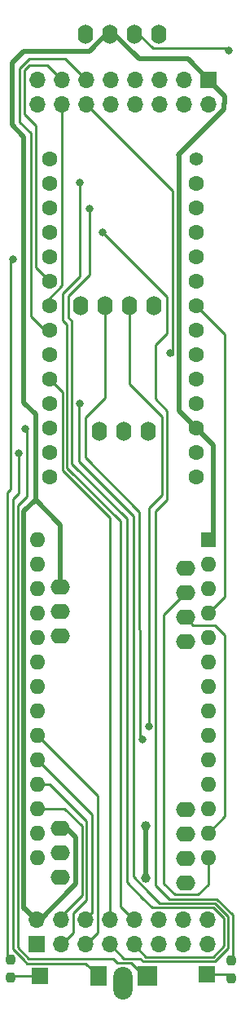
<source format=gbr>
G04 #@! TF.GenerationSoftware,KiCad,Pcbnew,7.0.2-0*
G04 #@! TF.CreationDate,2023-11-28T16:46:05+01:00*
G04 #@! TF.ProjectId,5hp_controller_oled,3568705f-636f-46e7-9472-6f6c6c65725f,rev?*
G04 #@! TF.SameCoordinates,Original*
G04 #@! TF.FileFunction,Copper,L1,Top*
G04 #@! TF.FilePolarity,Positive*
%FSLAX46Y46*%
G04 Gerber Fmt 4.6, Leading zero omitted, Abs format (unit mm)*
G04 Created by KiCad (PCBNEW 7.0.2-0) date 2023-11-28 16:46:05*
%MOMM*%
%LPD*%
G01*
G04 APERTURE LIST*
G04 Aperture macros list*
%AMRoundRect*
0 Rectangle with rounded corners*
0 $1 Rounding radius*
0 $2 $3 $4 $5 $6 $7 $8 $9 X,Y pos of 4 corners*
0 Add a 4 corners polygon primitive as box body*
4,1,4,$2,$3,$4,$5,$6,$7,$8,$9,$2,$3,0*
0 Add four circle primitives for the rounded corners*
1,1,$1+$1,$2,$3*
1,1,$1+$1,$4,$5*
1,1,$1+$1,$6,$7*
1,1,$1+$1,$8,$9*
0 Add four rect primitives between the rounded corners*
20,1,$1+$1,$2,$3,$4,$5,0*
20,1,$1+$1,$4,$5,$6,$7,0*
20,1,$1+$1,$6,$7,$8,$9,0*
20,1,$1+$1,$8,$9,$2,$3,0*%
G04 Aperture macros list end*
G04 #@! TA.AperFunction,SMDPad,CuDef*
%ADD10RoundRect,0.237500X0.237500X-0.250000X0.237500X0.250000X-0.237500X0.250000X-0.237500X-0.250000X0*%
G04 #@! TD*
G04 #@! TA.AperFunction,ComponentPad*
%ADD11R,1.700000X2.000000*%
G04 #@! TD*
G04 #@! TA.AperFunction,ComponentPad*
%ADD12O,1.600000X2.000000*%
G04 #@! TD*
G04 #@! TA.AperFunction,ComponentPad*
%ADD13O,2.000000X1.600000*%
G04 #@! TD*
G04 #@! TA.AperFunction,ComponentPad*
%ADD14R,1.700000X1.700000*%
G04 #@! TD*
G04 #@! TA.AperFunction,ComponentPad*
%ADD15R,2.000000X2.000000*%
G04 #@! TD*
G04 #@! TA.AperFunction,ComponentPad*
%ADD16O,2.000000X3.400000*%
G04 #@! TD*
G04 #@! TA.AperFunction,ComponentPad*
%ADD17R,1.600000X1.600000*%
G04 #@! TD*
G04 #@! TA.AperFunction,ComponentPad*
%ADD18O,1.600000X1.600000*%
G04 #@! TD*
G04 #@! TA.AperFunction,ComponentPad*
%ADD19O,1.700000X1.700000*%
G04 #@! TD*
G04 #@! TA.AperFunction,ComponentPad*
%ADD20C,1.600000*%
G04 #@! TD*
G04 #@! TA.AperFunction,ComponentPad*
%ADD21C,1.404000*%
G04 #@! TD*
G04 #@! TA.AperFunction,ViaPad*
%ADD22C,1.000000*%
G04 #@! TD*
G04 #@! TA.AperFunction,ViaPad*
%ADD23C,0.800000*%
G04 #@! TD*
G04 #@! TA.AperFunction,Conductor*
%ADD24C,0.500000*%
G04 #@! TD*
G04 #@! TA.AperFunction,Conductor*
%ADD25C,0.250000*%
G04 #@! TD*
G04 APERTURE END LIST*
D10*
X13290000Y-45452500D03*
X13290000Y-43627500D03*
D11*
X22425000Y-45325000D03*
D12*
X20600000Y24250000D03*
X27630000Y11250000D03*
X28220000Y24250000D03*
X25090000Y11250000D03*
X23140000Y24250000D03*
X25680000Y24250000D03*
X22550000Y11250000D03*
D13*
X31500000Y-3000000D03*
X18500000Y-10030000D03*
X31500000Y-10620000D03*
X18500000Y-7490000D03*
X31500000Y-5540000D03*
X31500000Y-8080000D03*
X18500000Y-4950000D03*
D14*
X16375000Y-45325000D03*
X33700000Y-45175000D03*
D12*
X21130000Y52500000D03*
X23670000Y52500000D03*
X26210000Y52500000D03*
X28750000Y52500000D03*
D10*
X36240000Y-45530000D03*
X36240000Y-43705000D03*
D15*
X27515000Y-45325000D03*
D16*
X24975000Y-46075000D03*
D13*
X31500000Y-28000000D03*
X18500000Y-35030000D03*
X31500000Y-35620000D03*
X18500000Y-32490000D03*
X31500000Y-30540000D03*
X31500000Y-33080000D03*
X18500000Y-29950000D03*
D17*
X33870000Y0D03*
D18*
X33870000Y-2540000D03*
X33870000Y-5080000D03*
X33870000Y-7620000D03*
X33870000Y-10160000D03*
X33870000Y-12700000D03*
X33870000Y-15240000D03*
X33870000Y-17780000D03*
X33870000Y-20320000D03*
X33870000Y-22860000D03*
X33870000Y-25400000D03*
X33870000Y-27940000D03*
X33870000Y-30480000D03*
X33870000Y-33020000D03*
X16090000Y-33020000D03*
X16090000Y-30480000D03*
X16090000Y-27940000D03*
X16090000Y-25400000D03*
X16090000Y-22860000D03*
X16090000Y-20320000D03*
X16090000Y-17780000D03*
X16090000Y-15240000D03*
X16090000Y-12700000D03*
X16090000Y-10160000D03*
X16090000Y-7620000D03*
X16090000Y-5080000D03*
X16090000Y-2540000D03*
X16090000Y0D03*
D14*
X33900000Y47750000D03*
D19*
X33900000Y45210000D03*
X31360000Y47750000D03*
X31360000Y45210000D03*
X28820000Y47750000D03*
X28820000Y45210000D03*
X26280000Y47750000D03*
X26280000Y45210000D03*
X23740000Y47750000D03*
X23740000Y45210000D03*
X21200000Y47750000D03*
X21200000Y45210000D03*
X18660000Y47750000D03*
X18660000Y45210000D03*
X16120000Y47750000D03*
X16120000Y45210000D03*
D14*
X16000000Y-42000000D03*
D19*
X16000000Y-39460000D03*
X18540000Y-42000000D03*
X18540000Y-39460000D03*
X21080000Y-42000000D03*
X21080000Y-39460000D03*
X23620000Y-42000000D03*
X23620000Y-39460000D03*
X26160000Y-42000000D03*
X26160000Y-39460000D03*
X28700000Y-42000000D03*
X28700000Y-39460000D03*
X31240000Y-42000000D03*
X31240000Y-39460000D03*
X33780000Y-42000000D03*
X33780000Y-39460000D03*
D20*
X17380000Y6490000D03*
X17380000Y9030000D03*
X17380000Y11570000D03*
X17380000Y14110000D03*
X17380000Y16650000D03*
X17380000Y19190000D03*
X17380000Y21730000D03*
X17380000Y24270000D03*
X17380000Y26810000D03*
X17380000Y29350000D03*
X17380000Y31890000D03*
X17380000Y34430000D03*
X17380000Y36970000D03*
X17380000Y39510000D03*
D21*
X32620000Y39510000D03*
D20*
X32620000Y36970000D03*
X32620000Y34430000D03*
X32620000Y31890000D03*
X32620000Y29350000D03*
X32620000Y26810000D03*
X32620000Y24270000D03*
X32620000Y21730000D03*
X32620000Y19190000D03*
X32620000Y16650000D03*
X32620000Y14110000D03*
X32620000Y11570000D03*
X32620000Y9030000D03*
X32620000Y6490000D03*
D22*
X27350000Y-29700000D03*
X27400000Y-35150000D03*
D23*
X36000000Y50800000D03*
X27700000Y-19400000D03*
X27000000Y-20800000D03*
X20500000Y14100000D03*
X21500000Y34400000D03*
X20500000Y37100000D03*
X14200000Y9000000D03*
X14850000Y11500000D03*
X13550000Y29150000D03*
X22900000Y31900000D03*
X29940000Y19340000D03*
D24*
X13450000Y49500000D02*
X13450000Y43100000D01*
X18500000Y-29950000D02*
X19150000Y-29950000D01*
X26670000Y49900000D02*
X23670000Y52900000D01*
X20100000Y-30900000D02*
X20100000Y-35760000D01*
X13450000Y43100000D02*
X14700000Y41850000D01*
X18500000Y-4950000D02*
X18500000Y1500000D01*
X14700000Y41850000D02*
X14700000Y39925000D01*
X14687500Y50737500D02*
X13450000Y49500000D01*
X35525000Y45275000D02*
X35525000Y44675000D01*
X14700000Y2950000D02*
X14700000Y-38275000D01*
X33900000Y47750000D02*
X31750000Y49900000D01*
X14700000Y39925000D02*
X14700000Y14250000D01*
X14700000Y14250000D02*
X15900000Y13050000D01*
X15900000Y4500000D02*
X15900000Y13050000D01*
X15900000Y4150000D02*
X14700000Y2950000D01*
X35550000Y46050000D02*
X35550000Y45300000D01*
X32620000Y11570000D02*
X34400000Y9790000D01*
X15900000Y4500000D02*
X15900000Y4100000D01*
X35525000Y44675000D02*
X30775000Y39925000D01*
X34400000Y9790000D02*
X34400000Y530000D01*
X23670000Y52900000D02*
X21507500Y50737500D01*
X19150000Y-29950000D02*
X20100000Y-30900000D01*
X30850000Y13340000D02*
X32620000Y11570000D01*
X31750000Y49900000D02*
X26670000Y49900000D01*
X30775000Y39925000D02*
X30850000Y39850000D01*
X21507500Y50737500D02*
X14687500Y50737500D01*
X18350000Y1650000D02*
X15900000Y4100000D01*
X33900000Y47750000D02*
X35075000Y46575000D01*
X16000000Y-39575000D02*
X14800000Y-38375000D01*
X14700000Y-38275000D02*
X14800000Y-38375000D01*
X35075000Y46575000D02*
X35075000Y46525000D01*
X30850000Y39850000D02*
X30850000Y13340000D01*
X15900000Y4500000D02*
X15900000Y4150000D01*
X35075000Y46525000D02*
X35550000Y46050000D01*
X18500000Y1500000D02*
X18350000Y1650000D01*
X35550000Y45300000D02*
X35525000Y45275000D01*
X20100000Y-35760000D02*
X16000000Y-39860000D01*
X27350000Y-29700000D02*
X27350000Y-35100000D01*
D25*
X33870000Y-7620000D02*
X35550000Y-5940000D01*
X35550000Y-5940000D02*
X35550000Y21340000D01*
X35550000Y21340000D02*
X32620000Y24270000D01*
X28110000Y51000000D02*
X35800000Y51000000D01*
X26210000Y52900000D02*
X28110000Y51000000D01*
X27700000Y-19500000D02*
X27700000Y3300000D01*
X29065000Y4665000D02*
X29065000Y12800000D01*
X27700000Y3300000D02*
X29065000Y4665000D01*
X25680000Y24250000D02*
X25680000Y16185000D01*
X25680000Y16185000D02*
X29065000Y12800000D01*
X21100000Y8500000D02*
X21100000Y12700000D01*
X26800000Y-20700000D02*
X26708434Y2100000D01*
X21100000Y12700000D02*
X23140000Y14740000D01*
X26708434Y2100000D02*
X26708434Y2891566D01*
X23140000Y14740000D02*
X23140000Y24250000D01*
X26708434Y2891566D02*
X21100000Y8500000D01*
X33870000Y-30480000D02*
X35625000Y-28725000D01*
X34600000Y-8900000D02*
X32320000Y-8900000D01*
X32320000Y-8900000D02*
X31500000Y-8080000D01*
X35625000Y-9925000D02*
X34600000Y-8900000D01*
X35625000Y-28725000D02*
X35625000Y-9925000D01*
X31500000Y-5540000D02*
X29250000Y-7790000D01*
X33870000Y-35795000D02*
X33870000Y-33020000D01*
X29250000Y-7790000D02*
X29250000Y-35715000D01*
X32800000Y-36865000D02*
X33870000Y-35795000D01*
X29250000Y-35715000D02*
X30400000Y-36865000D01*
X30400000Y-36865000D02*
X32800000Y-36865000D01*
X20750000Y-36050000D02*
X20750000Y-36915000D01*
X18540000Y-39125000D02*
X18540000Y-39575000D01*
X20750000Y-36915000D02*
X18540000Y-39125000D01*
X18940000Y-27940000D02*
X16090000Y-27940000D01*
X20750000Y-36050000D02*
X20750000Y-29750000D01*
X20750000Y-29750000D02*
X18940000Y-27940000D01*
X21200000Y-36650000D02*
X21200000Y-37415000D01*
X21200000Y-29200000D02*
X17400000Y-25400000D01*
X21200000Y-37415000D02*
X19800000Y-38815000D01*
X19800000Y-38815000D02*
X19800000Y-40855000D01*
X17400000Y-25400000D02*
X16090000Y-25400000D01*
X19800000Y-40855000D02*
X18540000Y-42115000D01*
X21200000Y-36650000D02*
X21200000Y-29200000D01*
X21800000Y-35375000D02*
X21800000Y-38740000D01*
X21365000Y-28135000D02*
X16090000Y-22860000D01*
X21700000Y-28470000D02*
X21365000Y-28135000D01*
X21800000Y-28570000D02*
X16090000Y-22860000D01*
X21800000Y-35375000D02*
X21800000Y-29900000D01*
X21800000Y-38740000D02*
X21080000Y-39460000D01*
X21800000Y-29900000D02*
X21800000Y-28570000D01*
X22350000Y-40845000D02*
X21080000Y-42115000D01*
X22350000Y-26580000D02*
X16090000Y-20320000D01*
X22350000Y-39075000D02*
X22350000Y-26850000D01*
X22350000Y-40765000D02*
X22350000Y-40845000D01*
X22350000Y-26850000D02*
X22350000Y-26580000D01*
X22350000Y-39075000D02*
X22350000Y-40730000D01*
X26100000Y-35025000D02*
X26100000Y2400000D01*
X27712500Y-36637500D02*
X26100000Y-35025000D01*
X34586396Y-37765000D02*
X35950000Y-39128604D01*
X28840000Y-37765000D02*
X27712500Y-36637500D01*
X28850000Y-37765000D02*
X29250000Y-37765000D01*
X20400000Y8100000D02*
X20400000Y14100000D01*
X26800000Y-43500000D02*
X27092500Y-43792500D01*
X23620000Y-42000000D02*
X25120000Y-43500000D01*
X34558896Y-43792500D02*
X27275000Y-43792500D01*
X29250000Y-37765000D02*
X34586396Y-37765000D01*
X27092500Y-43792500D02*
X27275000Y-43792500D01*
X26100000Y2400000D02*
X20400000Y8100000D01*
X35950000Y-39128604D02*
X35950000Y-42401396D01*
X25120000Y-43500000D02*
X26800000Y-43500000D01*
X29250000Y-37765000D02*
X28840000Y-37765000D01*
X35950000Y-42401396D02*
X34558896Y-43792500D01*
X23620000Y-39860000D02*
X23620000Y2280000D01*
X18750000Y7150000D02*
X18750000Y15300000D01*
X23620000Y2280000D02*
X18750000Y7150000D01*
X18750000Y15300000D02*
X18730000Y15300000D01*
X18730000Y15300000D02*
X17380000Y16650000D01*
X34400000Y-38215000D02*
X28015000Y-38215000D01*
X34380000Y-43335000D02*
X35500000Y-42215000D01*
X19700000Y22700000D02*
X19700000Y7900000D01*
X19700000Y7900000D02*
X25400000Y2200000D01*
X26160000Y-42115000D02*
X27380000Y-43335000D01*
X21500000Y34400000D02*
X21500000Y27500000D01*
X21500000Y27500000D02*
X19300000Y25300000D01*
X28015000Y-38215000D02*
X27062500Y-37262500D01*
X25400000Y2200000D02*
X25400000Y-35600000D01*
X19300000Y23100000D02*
X19700000Y22700000D01*
X25400000Y-35600000D02*
X27062500Y-37262500D01*
X19300000Y25300000D02*
X19300000Y23100000D01*
X35500000Y-42215000D02*
X35500000Y-39315000D01*
X35500000Y-39315000D02*
X34400000Y-38215000D01*
X27380000Y-43335000D02*
X34380000Y-43335000D01*
X24707000Y1893000D02*
X19200000Y7400000D01*
X26160000Y-39575000D02*
X24707000Y-38122000D01*
X24707000Y-37575000D02*
X24707000Y1893000D01*
X24707000Y-38122000D02*
X24707000Y-37575000D01*
X18700000Y25563604D02*
X20475000Y27338604D01*
X19200000Y22300000D02*
X18700000Y22800000D01*
X20475000Y27338604D02*
X20475000Y36975000D01*
X19200000Y7400000D02*
X19200000Y22300000D01*
X18700000Y22800000D02*
X18700000Y25563604D01*
X20475000Y36975000D02*
X20500000Y37000000D01*
X14200000Y9000000D02*
X14200000Y5500000D01*
X13550000Y-42200000D02*
X13550000Y-42511396D01*
X21100000Y-44000000D02*
X22425000Y-45325000D01*
X13550000Y-42511396D02*
X14681802Y-43643198D01*
X15038604Y-44000000D02*
X21100000Y-44000000D01*
X13550000Y4200000D02*
X14200000Y4850000D01*
X14200000Y4850000D02*
X14200000Y5500000D01*
X14681802Y-43643198D02*
X15038604Y-44000000D01*
X13550000Y-42200000D02*
X13550000Y4200000D01*
X26911701Y-45050000D02*
X25811700Y-43950000D01*
X25811700Y-43950000D02*
X24400000Y-43950000D01*
X14050000Y3500000D02*
X15000000Y4450000D01*
X15200000Y-43525000D02*
X14050000Y-42375000D01*
X23975000Y-43525000D02*
X15200000Y-43525000D01*
X15000000Y4450000D02*
X15000000Y11600000D01*
X24400000Y-43950000D02*
X23975000Y-43525000D01*
X27790000Y-45050000D02*
X26911701Y-45050000D01*
X14050000Y-42375000D02*
X14050000Y3500000D01*
X13350000Y29175000D02*
X13350000Y5250000D01*
X13000000Y-43720000D02*
X13000000Y-42950000D01*
X13000000Y4900000D02*
X13000000Y-42950000D01*
X13350000Y5250000D02*
X13000000Y4900000D01*
X22900000Y31900000D02*
X29600000Y25200000D01*
X29600000Y13400000D02*
X29600000Y4100000D01*
X28400000Y14600000D02*
X29600000Y13400000D01*
X36400000Y-38942208D02*
X36400000Y-42670000D01*
X28425000Y2925000D02*
X28425000Y-35890000D01*
X29600000Y25200000D02*
X29600000Y21400000D01*
X28425000Y-35890000D02*
X29850000Y-37315000D01*
X29600000Y21400000D02*
X28400000Y20200000D01*
X29600000Y4100000D02*
X28425000Y2925000D01*
X28400000Y20200000D02*
X28400000Y14600000D01*
X34772792Y-37315000D02*
X36400000Y-38942208D01*
X36400000Y-42670000D02*
X36400000Y-43545000D01*
X29850000Y-37315000D02*
X34772792Y-37315000D01*
X17110000Y49300000D02*
X18660000Y47750000D01*
X15900000Y43000000D02*
X14750000Y44150000D01*
X15900000Y43000000D02*
X15900000Y28290000D01*
X15300000Y49300000D02*
X17110000Y49300000D01*
X14750000Y44150000D02*
X14750000Y48750000D01*
X14750000Y48750000D02*
X15300000Y49300000D01*
X15900000Y28290000D02*
X17380000Y26810000D01*
X17380000Y24880000D02*
X17380000Y24270000D01*
X18660000Y26360000D02*
X17090000Y24790000D01*
X18660000Y45210000D02*
X18660000Y26360000D01*
X15450000Y23150000D02*
X15450000Y42196016D01*
X17340000Y21260000D02*
X15450000Y23150000D01*
X15300000Y49950000D02*
X19000000Y49950000D01*
X15450000Y42196016D02*
X14275000Y43371016D01*
X14275000Y48925000D02*
X15300000Y49950000D01*
X19000000Y49950000D02*
X21200000Y47750000D01*
X14275000Y43371016D02*
X14275000Y48925000D01*
X21200000Y45210000D02*
X30200000Y36210000D01*
X30200000Y36210000D02*
X30200000Y19200000D01*
X16375000Y-45325000D02*
X13417500Y-45325000D01*
X33700000Y-45175000D02*
X35885000Y-45175000D01*
M02*

</source>
